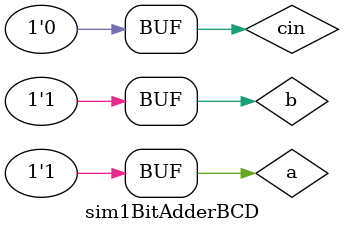
<source format=v>
module fullAdder1bit(a,b,cin,sum,carry);
input a,b,cin;
output sum,carry;
wire s1,c1,c2;
xor (s1,a,b);
xor (sum,s1,cin);
and (c1,a,b);
and (c2,s1,cin);
xor (carry,c1,c2);
endmodule


module FullAdder4bitBCD(a,b,cin,sum,carry);
input [3:0] a,b;
input cin;
output [3:0] sum;
output carry;
wire c1,c2,c3;
fullAdder1bit f0(a[0],b[0],cin,sum[0],c1);
fullAdder1bit f1(a[1],b[1],c1,sum[1],c2);
fullAdder1bit f2(a[2],b[2],c2,sum[2],c3);
fullAdder1bit f3(a[3],b[3],c3,sum[3],carry);
endmodule

module BCDAdderGate(a,b,sum,carry);
input [3:0] a,b;
wire [3:0] z;
wire c1,c2,c3,c4;
output carry;
output [3:0] sum;
FullAdder4bitBCD fa1(a,b,0,z,c4);
and (c1,z[3],z[2]);
and (c2,z[3],z[1]);
or (c3,c1,c2);
or (carry,c3,c4);
wire [3:0] m;
and (m[0],0,0);
and (m[3],0,0);
or (m[1],carry,0);
or (m[2],carry,0);
wire c5;
FullAdder4bitBCD fa2(m,z,0,sum,c5);
endmodule

module SimBCDGate;
reg [3:0] a,b;
wire [3:0] sum;
wire carry;
BCDAdderGate bcd(a,b,sum,carry);
initial
begin
#10 a = 4'd0; b = 4'd0;
#100 a = 4'd0; b = 4'd1;
#100 a = 4'd1; b = 4'd1;
#100 a = 4'd4; b = 4'd3;
#100 a = 4'd5; b = 4'd5;
#100 a = 4'd7; b = 4'd6;
#100 a = 4'd8; b = 4'd7;
#100 a = 4'd12; b = 4'd0;
#100 a = 4'd14; b = 4'd1;
#100 a = 4'd11; b = 4'd2;
#100 a = 4'd10; b = 4'd5;
end
endmodule

module sim4bitBcdAdder;
reg [3:0] a,b;
reg cin;
wire [3:0] sum;
wire carry;
FullAdder4bitBCD adder2(a,b,cin,sum,carry);
initial
begin
#10 a = 4'd0; b = 4'd0; cin = 1'b0;
#100 a = 4'd0; b = 4'd1; cin = 1'b0;
#100 a = 4'd1; b = 4'd1; cin = 1'b0;
#100 a = 4'd4; b = 4'd3; cin = 1'b0;
#100 a = 4'd5; b = 4'd5; cin = 1'b0;
#100 a = 4'd7; b = 4'd6; cin = 1'b0;
#100 a = 4'd8; b = 4'd7; cin = 1'b0;
#100 a = 4'd12; b = 4'd0; cin = 1'b0;
#100 a = 4'd14; b = 4'd1; cin = 1'b0;
#100 a = 4'd11; b = 4'd2; cin = 1'b0;
#100 a = 4'd10; b = 4'd5; cin = 1'b0;
end
endmodule

module sim1BitAdderBCD;
reg a,b,cin;
wire sum,carry;
fullAdder1bit adder1(a,b,cin,sum,carry);
initial 
begin
#10 a = 0;b = 0; cin = 0;
#100 a = 0; b = 1; cin = 0;
#100 a = 1; b = 0; cin = 0;
#100 a = 1; b = 1; cin = 0;
end
endmodule

</source>
